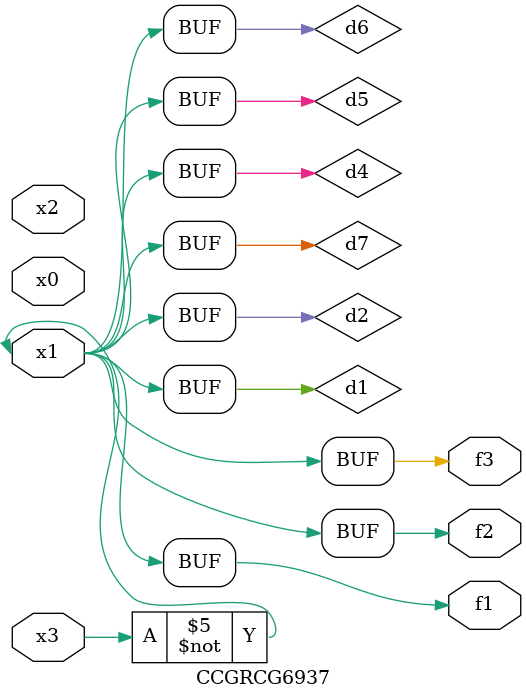
<source format=v>
module CCGRCG6937(
	input x0, x1, x2, x3,
	output f1, f2, f3
);

	wire d1, d2, d3, d4, d5, d6, d7;

	not (d1, x3);
	buf (d2, x1);
	xnor (d3, d1, d2);
	nor (d4, d1);
	buf (d5, d1, d2);
	buf (d6, d4, d5);
	nand (d7, d4);
	assign f1 = d6;
	assign f2 = d7;
	assign f3 = d6;
endmodule

</source>
